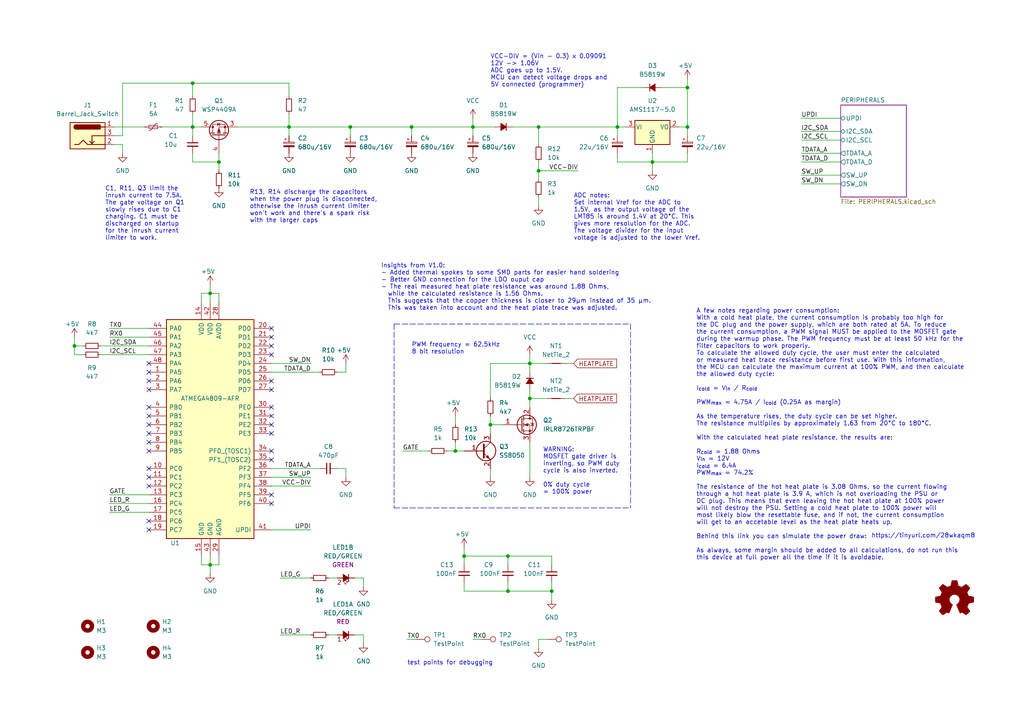
<source format=kicad_sch>
(kicad_sch (version 20211123) (generator eeschema)
  (paper "A4")
  (title_block (title "reflow solder plate") (date "2022-03-18") (rev "1.1"))
  (lib_symbols
    (symbol "ATMEGA4809-AFR:ATMEGA4809-AFR" (pin_names (offset 0.762))
      (property "Reference" "IC2" (at -10.16 -33.02 0))
      (property "Value" "ATMEGA4809-AFR" (at 0 8.89 0))
      (symbol "ATMEGA4809-AFR_0_0"
        (pin passive line (at -17.78 16.51 0) (length 5.08) (name "PA5") (number "1"))
        (pin passive line (at -17.78 -11.43 0) (length 5.08) (name "PC0") (number "10"))
        (pin passive line (at -17.78 -13.97 0) (length 5.08) (name "PC1") (number "11"))
        (pin passive line (at -17.78 -16.51 0) (length 5.08) (name "PC2") (number "12"))
        (pin passive line (at -17.78 -19.05 0) (length 5.08) (name "PC3") (number "13"))
        (pin passive line (at -2.54 36.83 270) (length 5.08) (name "VDD") (number "14"))
        (pin passive line (at -2.54 -36.83 90) (length 5.08) (name "GND") (number "15"))
        (pin passive line (at -17.78 -21.59 0) (length 5.08) (name "PC4") (number "16"))
        (pin passive line (at -17.78 -24.13 0) (length 5.08) (name "PC5") (number "17"))
        (pin passive line (at -17.78 -26.67 0) (length 5.08) (name "PC6") (number "18"))
        (pin passive line (at -17.78 -29.21 0) (length 5.08) (name "PC7") (number "19"))
        (pin passive line (at -17.78 13.97 0) (length 5.08) (name "PA6") (number "2"))
        (pin passive line (at 17.78 29.21 180) (length 5.08) (name "PD0") (number "20"))
        (pin passive line (at 17.78 26.67 180) (length 5.08) (name "PD1") (number "21"))
        (pin passive line (at 17.78 24.13 180) (length 5.08) (name "PD2") (number "22"))
        (pin passive line (at 17.78 21.59 180) (length 5.08) (name "PD3") (number "23"))
        (pin passive line (at 17.78 19.05 180) (length 5.08) (name "PD4") (number "24"))
        (pin passive line (at 17.78 16.51 180) (length 5.08) (name "PD5") (number "25"))
        (pin passive line (at 17.78 13.97 180) (length 5.08) (name "PD6") (number "26"))
        (pin passive line (at 17.78 11.43 180) (length 5.08) (name "PD7") (number "27"))
        (pin passive line (at 2.54 36.83 270) (length 5.08) (name "AVDD") (number "28"))
        (pin passive line (at 2.54 -36.83 90) (length 5.08) (name "AGND") (number "29"))
        (pin passive line (at -17.78 11.43 0) (length 5.08) (name "PA7") (number "3"))
        (pin passive line (at 17.78 6.35 180) (length 5.08) (name "PE0") (number "30"))
        (pin passive line (at 17.78 3.81 180) (length 5.08) (name "PE1") (number "31"))
        (pin passive line (at 17.78 1.27 180) (length 5.08) (name "PE2") (number "32"))
        (pin passive line (at 17.78 -1.27 180) (length 5.08) (name "PE3") (number "33"))
        (pin passive line (at 17.78 -6.35 180) (length 5.08) (name "PF0_(TOSC1)") (number "34"))
        (pin passive line (at 17.78 -8.89 180) (length 5.08) (name "PF1_(TOSC2)") (number "35"))
        (pin passive line (at 17.78 -11.43 180) (length 5.08) (name "PF2") (number "36"))
        (pin passive line (at 17.78 -13.97 180) (length 5.08) (name "PF3") (number "37"))
        (pin passive line (at 17.78 -16.51 180) (length 5.08) (name "PF4") (number "38"))
        (pin passive line (at 17.78 -19.05 180) (length 5.08) (name "PF5") (number "39"))
        (pin passive line (at -17.78 6.35 0) (length 5.08) (name "PB0") (number "4"))
        (pin passive line (at 17.78 -21.59 180) (length 5.08) (name "PF6") (number "40"))
        (pin passive line (at 17.78 -29.21 180) (length 5.08) (name "UPDI") (number "41"))
        (pin passive line (at 0 36.83 270) (length 5.08) (name "VDD") (number "42"))
        (pin passive line (at 0 -36.83 90) (length 5.08) (name "GND") (number "43"))
        (pin passive line (at -17.78 29.21 0) (length 5.08) (name "PA0") (number "44"))
        (pin passive line (at -17.78 26.67 0) (length 5.08) (name "PA1") (number "45"))
        (pin passive line (at -17.78 24.13 0) (length 5.08) (name "PA2") (number "46"))
        (pin passive line (at -17.78 21.59 0) (length 5.08) (name "PA3") (number "47"))
        (pin passive line (at -17.78 19.05 0) (length 5.08) (name "PA4") (number "48"))
        (pin passive line (at -17.78 3.81 0) (length 5.08) (name "PB1") (number "5"))
        (pin passive line (at -17.78 1.27 0) (length 5.08) (name "PB2") (number "6"))
        (pin passive line (at -17.78 -1.27 0) (length 5.08) (name "PB3") (number "7"))
        (pin passive line (at -17.78 -3.81 0) (length 5.08) (name "PB4") (number "8"))
        (pin passive line (at -17.78 -6.35 0) (length 5.08) (name "PB5") (number "9"))
      )
    )
    (symbol "Connector:Barrel_Jack_Switch" (pin_names hide)
      (property "Reference" "J" (at 0 5.334 0))
      (property "Value" "Barrel_Jack_Switch" (at 0 -5.08 0))
      (symbol "Barrel_Jack_Switch_1_1"
        (pin passive line (at 7.62 2.54 180) (length 2.54) (name "~") (number "1"))
        (pin passive line (at 7.62 -2.54 180) (length 2.54) (name "~") (number "2"))
        (pin passive line (at 7.62 0 180) (length 2.54) (name "~") (number "3"))
      )
    )
    (symbol "Connector:TestPoint" (pin_numbers hide) (pin_names (offset 0.762) hide)
      (property "Reference" "TP" (at 0 6.858 0))
      (property "Value" "TestPoint" (at 0 5.08 0))
      (symbol "TestPoint_1_1"
        (pin passive line (at 0 0 90) (length 2.54) (name "1") (number "1"))
      )
    )
    (symbol "Device:C_Polarized_Small" (pin_numbers hide) (pin_names (offset 0.254) hide)
      (property "Reference" "C" (at 0.254 1.778 0))
      (property "Value" "C_Polarized_Small" (at 0.254 -2.032 0))
      (symbol "C_Polarized_Small_1_1"
        (pin passive line (at 0 2.54 270) (length 1.8542) (name "~") (number "1"))
        (pin passive line (at 0 -2.54 90) (length 1.8542) (name "~") (number "2"))
      )
    )
    (symbol "Device:C_Small" (pin_numbers hide) (pin_names (offset 0.254) hide)
      (property "Reference" "C" (at 0.254 1.778 0))
      (property "Value" "C_Small" (at 0.254 -2.032 0))
      (symbol "C_Small_1_1"
        (pin passive line (at 0 2.54 270) (length 2.032) (name "~") (number "1"))
        (pin passive line (at 0 -2.54 90) (length 2.032) (name "~") (number "2"))
      )
    )
    (symbol "Device:D_Small_Filled" (pin_numbers hide) (pin_names (offset 0.254) hide)
      (property "Reference" "D" (at -1.27 2.032 0))
      (property "Value" "D_Small_Filled" (at -3.81 -2.032 0))
      (symbol "D_Small_Filled_1_1"
        (pin passive line (at -2.54 0 0) (length 1.778) (name "K") (number "1"))
        (pin passive line (at 2.54 0 180) (length 1.778) (name "A") (number "2"))
      )
    )
    (symbol "Device:NetTie_2" (pin_numbers hide) (pin_names (offset 0) hide)
      (property "Reference" "NT" (at 0 1.27 0))
      (property "Value" "NetTie_2" (at 0 -1.27 0))
      (symbol "NetTie_2_1_1"
        (pin passive line (at -2.54 0 0) (length 2.54) (name "1") (number "1"))
        (pin passive line (at 2.54 0 180) (length 2.54) (name "2") (number "2"))
      )
    )
    (symbol "Device:Polyfuse_Small" (pin_numbers hide) (pin_names (offset 0))
      (property "Reference" "F" (at -1.905 0 90))
      (property "Value" "Polyfuse_Small" (at 1.905 0 90))
      (symbol "Polyfuse_Small_1_1"
        (pin passive line (at 0 2.54 270) (length 0.635) (name "~") (number "1"))
        (pin passive line (at 0 -2.54 90) (length 0.635) (name "~") (number "2"))
      )
    )
    (symbol "Device:Q_NMOS_GDS" (pin_names (offset 0) hide)
      (property "Reference" "Q" (at 5.08 1.27 0))
      (property "Value" "Q_NMOS_GDS" (at 5.08 -1.27 0))
      (symbol "Q_NMOS_GDS_1_1"
        (pin input line (at -5.08 0 0) (length 2.54) (name "G") (number "1"))
        (pin passive line (at 2.54 5.08 270) (length 2.54) (name "D") (number "2"))
        (pin passive line (at 2.54 -5.08 90) (length 2.54) (name "S") (number "3"))
      )
    )
    (symbol "Device:Q_NPN_BEC" (pin_names (offset 0) hide)
      (property "Reference" "Q" (at 5.08 1.27 0))
      (property "Value" "Q_NPN_BEC" (at 5.08 -1.27 0))
      (symbol "Q_NPN_BEC_1_1"
        (pin input line (at -5.08 0 0) (length 5.715) (name "B") (number "1"))
        (pin passive line (at 2.54 -5.08 90) (length 2.54) (name "E") (number "2"))
        (pin passive line (at 2.54 5.08 270) (length 2.54) (name "C") (number "3"))
      )
    )
    (symbol "Device:R_Small" (pin_numbers hide) (pin_names (offset 0.254) hide)
      (property "Reference" "R" (at 0.762 0.508 0))
      (property "Value" "R_Small" (at 0.762 -1.016 0))
      (symbol "R_Small_1_1"
        (pin passive line (at 0 2.54 270) (length 0.762) (name "~") (number "1"))
        (pin passive line (at 0 -2.54 90) (length 0.762) (name "~") (number "2"))
      )
    )
    (symbol "Graphic:Logo_Open_Hardware_Small" (pin_names (offset 1.016)))
    (symbol "LED_Dual_AKAK_Split_Small_Filled_1" (pin_numbers hide) (pin_names (offset 0.254) hide)
      (property "Reference" "LED?" (at 0.0635 6.35 0))
      (property "Value" "LED_Dual_AKAK_Split_Small_Filled_1" (at 0.0635 3.81 0))
      (symbol "LED_Dual_AKAK_Split_Small_Filled_1_1_1"
        (text "1" (at 1.905 1.27 0) (effects (font (size 1.27 1.27))))
        (pin passive line (at 2.54 0 180) (length 1.778) (name "A1") (number "1"))
        (pin passive line (at -2.54 0 0) (length 1.778) (name "K1") (number "2"))
      )
      (symbol "LED_Dual_AKAK_Split_Small_Filled_1_2_1"
        (text "2" (at 1.905 1.27 0) (effects (font (size 1.27 1.27))))
        (pin passive line (at 2.54 0 180) (length 1.778) (name "A2") (number "3"))
        (pin passive line (at -2.54 0 0) (length 1.778) (name "K2") (number "4"))
      )
    )
    (symbol "Mechanical:MountingHole" (pin_names (offset 1.016))
      (property "Reference" "H" (at 0 5.08 0))
      (property "Value" "MountingHole" (at 0 3.175 0))
    )
    (symbol "Regulator_Linear:AMS1117-5.0" (pin_names (offset 0.254))
      (property "Reference" "U" (at -3.81 3.175 0))
      (property "Value" "AMS1117-5.0" (at 0 3.175 0))
      (symbol "AMS1117-5.0_1_1"
        (pin power_in line (at 0 -7.62 90) (length 2.54) (name "GND") (number "1"))
        (pin power_out line (at 7.62 0 180) (length 2.54) (name "VO") (number "2"))
        (pin power_in line (at -7.62 0 0) (length 2.54) (name "VI") (number "3"))
      )
    )
    (symbol "User:LED_Dual_AKAK_Split_Small_Filled" (pin_numbers hide) (pin_names (offset 0.254) hide)
      (property "Reference" "LED?" (at 0.0635 6.35 0))
      (property "Value" "LED_Dual_AKAK_Split_Small_Filled" (at 0.0635 3.81 0))
      (symbol "LED_Dual_AKAK_Split_Small_Filled_1_1"
        (text "1" (at 1.905 1.27 0) (effects (font (size 1.27 1.27))))
        (pin passive line (at 2.54 0 180) (length 1.778) (name "A1") (number "1"))
        (pin passive line (at -2.54 0 0) (length 1.778) (name "K1") (number "2"))
      )
      (symbol "LED_Dual_AKAK_Split_Small_Filled_2_1"
        (text "2" (at 1.905 1.27 0) (effects (font (size 1.27 1.27))))
        (pin passive line (at 2.54 0 180) (length 1.778) (name "A2") (number "3"))
        (pin passive line (at -2.54 0 0) (length 1.778) (name "K2") (number "4"))
      )
    )
    (symbol "User:Q_PMOS_SSSGDDDD" (pin_names (offset 0) hide)
      (property "Reference" "Q" (at 5.08 1.27 0))
      (property "Value" "Q_PMOS_SSSGDDDD" (at 5.08 -1.27 0))
      (symbol "Q_PMOS_SSSGDDDD_1_1"
        (pin passive line (at 2.54 -5.08 90) (length 2.54) hide (name "S") (number "1"))
        (pin passive line (at 2.54 -5.08 90) (length 2.54) hide (name "S") (number "2"))
        (pin passive line (at 2.54 -5.08 90) (length 2.54) (name "S") (number "3"))
        (pin input line (at -5.08 0 0) (length 2.54) (name "G") (number "4"))
        (pin passive line (at 2.54 5.08 270) (length 2.54) (name "D") (number "5"))
        (pin passive line (at 2.54 5.08 270) (length 2.54) hide (name "D") (number "6"))
        (pin passive line (at 2.54 5.08 270) (length 2.54) hide (name "D") (number "7"))
        (pin passive line (at 2.54 5.08 270) (length 2.54) hide (name "D") (number "8"))
      )
    )
    (symbol "power:+5V" (power) (pin_names (offset 0))
      (property "Value" "+5V" (at 0 3.556 0))
      (symbol "+5V_1_1"
        (pin power_in line (at 0 0 90) (length 0) hide (name "+5V") (number "1"))
      )
    )
    (symbol "power:GND" (power) (pin_names (offset 0))
      (property "Value" "GND" (at 0 -3.81 0))
      (symbol "GND_1_1"
        (pin power_in line (at 0 0 270) (length 0) hide (name "GND") (number "1"))
      )
    )
    (symbol "power:VCC" (power) (pin_names (offset 0))
      (property "Value" "VCC" (at 0 3.81 0))
      (symbol "VCC_1_1"
        (pin power_in line (at 0 0 90) (length 0) hide (name "VCC") (number "1"))
      )
    )
  )
  (junction (at 60.96 163.83))
  (junction (at 179.07 36.83))
  (junction (at 83.82 36.83))
  (junction (at 21.59 100.33))
  (junction (at 55.88 36.83))
  (junction (at 134.62 161.29))
  (junction (at 199.39 36.83))
  (junction (at 189.23 46.99))
  (junction (at 101.6 36.83))
  (junction (at 132.08 130.81))
  (junction (at 147.32 171.45))
  (junction (at 160.02 171.45))
  (junction (at 119.38 36.83))
  (junction (at 63.5 46.99))
  (junction (at 137.16 36.83))
  (junction (at 147.32 161.29))
  (junction (at 199.39 25.4))
  (junction (at 156.21 49.53))
  (junction (at 153.67 115.57))
  (junction (at 55.88 24.13))
  (junction (at 153.67 105.41))
  (junction (at 60.96 85.09))
  (junction (at 142.24 123.19))
  (junction (at 156.21 36.83))
  (no_connect (at 78.74 113.03))
  (no_connect (at 78.74 110.49))
  (no_connect (at 78.74 102.87))
  (no_connect (at 78.74 118.11))
  (no_connect (at 78.74 130.81))
  (no_connect (at 78.74 133.35))
  (no_connect (at 78.74 125.73))
  (no_connect (at 78.74 123.19))
  (no_connect (at 78.74 120.65))
  (no_connect (at 43.18 130.81))
  (no_connect (at 43.18 135.89))
  (no_connect (at 43.18 138.43))
  (no_connect (at 43.18 140.97))
  (no_connect (at 78.74 100.33))
  (no_connect (at 78.74 97.79))
  (no_connect (at 78.74 95.25))
  (no_connect (at 43.18 151.13))
  (no_connect (at 43.18 153.67))
  (no_connect (at 78.74 146.05))
  (no_connect (at 78.74 143.51))
  (no_connect (at 43.18 105.41))
  (no_connect (at 43.18 107.95))
  (no_connect (at 43.18 113.03))
  (no_connect (at 43.18 110.49))
  (no_connect (at 43.18 118.11))
  (no_connect (at 43.18 120.65))
  (no_connect (at 43.18 123.19))
  (no_connect (at 43.18 125.73))
  (no_connect (at 43.18 128.27))
  (wire (pts (xy 232.41 40.64) (xy 243.84 40.64)))
  (wire (pts (xy 160.02 163.83) (xy 160.02 161.29)))
  (wire (pts (xy 63.5 44.45) (xy 63.5 46.99)))
  (wire (pts (xy 60.96 85.09) (xy 58.42 85.09)))
  (wire (pts (xy 55.88 24.13) (xy 55.88 27.94)))
  (wire (pts (xy 97.79 135.89) (xy 100.33 135.89)))
  (wire (pts (xy 55.88 44.45) (xy 55.88 46.99)))
  (wire (pts (xy 158.75 185.42) (xy 156.21 185.42)))
  (wire (pts (xy 199.39 46.99) (xy 199.39 44.45)))
  (wire (pts (xy 153.67 105.41) (xy 158.75 105.41)))
  (polyline (pts (xy 114.3 93.98) (xy 114.3 147.32)))
  (wire (pts (xy 78.74 140.97) (xy 90.17 140.97)))
  (wire (pts (xy 119.38 36.83) (xy 101.6 36.83)))
  (wire (pts (xy 148.59 36.83) (xy 156.21 36.83)))
  (wire (pts (xy 58.42 36.83) (xy 55.88 36.83)))
  (wire (pts (xy 142.24 115.57) (xy 142.24 105.41)))
  (wire (pts (xy 31.75 95.25) (xy 43.18 95.25)))
  (wire (pts (xy 179.07 44.45) (xy 179.07 46.99)))
  (wire (pts (xy 63.5 163.83) (xy 63.5 161.29)))
  (wire (pts (xy 46.99 36.83) (xy 55.88 36.83)))
  (wire (pts (xy 160.02 171.45) (xy 160.02 168.91)))
  (wire (pts (xy 189.23 46.99) (xy 199.39 46.99)))
  (wire (pts (xy 199.39 39.37) (xy 199.39 36.83)))
  (wire (pts (xy 153.67 115.57) (xy 153.67 118.11)))
  (wire (pts (xy 43.18 143.51) (xy 31.75 143.51)))
  (wire (pts (xy 95.25 167.64) (xy 97.79 167.64)))
  (wire (pts (xy 83.82 33.02) (xy 83.82 36.83)))
  (polyline (pts (xy 114.3 147.32) (xy 182.88 147.32)))
  (wire (pts (xy 132.08 128.27) (xy 132.08 130.81)))
  (wire (pts (xy 189.23 46.99) (xy 189.23 49.53)))
  (wire (pts (xy 60.96 161.29) (xy 60.96 163.83)))
  (wire (pts (xy 63.5 46.99) (xy 63.5 49.53)))
  (wire (pts (xy 90.17 105.41) (xy 78.74 105.41)))
  (wire (pts (xy 55.88 33.02) (xy 55.88 36.83)))
  (wire (pts (xy 33.02 36.83) (xy 41.91 36.83)))
  (wire (pts (xy 83.82 36.83) (xy 101.6 36.83)))
  (wire (pts (xy 199.39 36.83) (xy 196.85 36.83)))
  (wire (pts (xy 105.41 167.64) (xy 102.87 167.64)))
  (wire (pts (xy 142.24 120.65) (xy 142.24 123.19)))
  (wire (pts (xy 142.24 105.41) (xy 153.67 105.41)))
  (wire (pts (xy 29.21 100.33) (xy 43.18 100.33)))
  (wire (pts (xy 95.25 184.15) (xy 97.79 184.15)))
  (wire (pts (xy 232.41 46.99) (xy 243.84 46.99)))
  (wire (pts (xy 163.83 105.41) (xy 166.37 105.41)))
  (wire (pts (xy 100.33 135.89) (xy 100.33 138.43)))
  (wire (pts (xy 105.41 170.18) (xy 105.41 167.64)))
  (wire (pts (xy 134.62 158.75) (xy 134.62 161.29)))
  (wire (pts (xy 58.42 161.29) (xy 58.42 163.83)))
  (wire (pts (xy 142.24 123.19) (xy 142.24 125.73)))
  (wire (pts (xy 232.41 50.8) (xy 243.84 50.8)))
  (wire (pts (xy 166.37 115.57) (xy 163.83 115.57)))
  (wire (pts (xy 179.07 25.4) (xy 179.07 36.83)))
  (wire (pts (xy 81.28 167.64) (xy 90.17 167.64)))
  (wire (pts (xy 153.67 113.03) (xy 153.67 115.57)))
  (wire (pts (xy 97.79 107.95) (xy 100.33 107.95)))
  (wire (pts (xy 100.33 105.41) (xy 100.33 107.95)))
  (wire (pts (xy 147.32 161.29) (xy 134.62 161.29)))
  (polyline (pts (xy 182.88 93.98) (xy 182.88 147.32)))
  (wire (pts (xy 29.21 102.87) (xy 43.18 102.87)))
  (wire (pts (xy 118.11 185.42) (xy 120.65 185.42)))
  (wire (pts (xy 132.08 130.81) (xy 134.62 130.81)))
  (wire (pts (xy 101.6 36.83) (xy 101.6 39.37)))
  (wire (pts (xy 232.41 38.1) (xy 243.84 38.1)))
  (wire (pts (xy 181.61 36.83) (xy 179.07 36.83)))
  (wire (pts (xy 68.58 36.83) (xy 83.82 36.83)))
  (wire (pts (xy 60.96 166.37) (xy 60.96 163.83)))
  (wire (pts (xy 142.24 135.89) (xy 142.24 138.43)))
  (wire (pts (xy 55.88 24.13) (xy 83.82 24.13)))
  (wire (pts (xy 142.24 123.19) (xy 146.05 123.19)))
  (wire (pts (xy 31.75 148.59) (xy 43.18 148.59)))
  (wire (pts (xy 21.59 100.33) (xy 21.59 102.87)))
  (wire (pts (xy 35.56 41.91) (xy 35.56 44.45)))
  (wire (pts (xy 60.96 85.09) (xy 60.96 87.63)))
  (wire (pts (xy 153.67 105.41) (xy 153.67 107.95)))
  (wire (pts (xy 78.74 135.89) (xy 92.71 135.89)))
  (wire (pts (xy 191.77 25.4) (xy 199.39 25.4)))
  (wire (pts (xy 83.82 36.83) (xy 83.82 39.37)))
  (wire (pts (xy 105.41 184.15) (xy 105.41 186.69)))
  (wire (pts (xy 21.59 97.79) (xy 21.59 100.33)))
  (wire (pts (xy 156.21 46.99) (xy 156.21 49.53)))
  (wire (pts (xy 35.56 24.13) (xy 35.56 39.37)))
  (wire (pts (xy 129.54 130.81) (xy 132.08 130.81)))
  (wire (pts (xy 119.38 36.83) (xy 119.38 39.37)))
  (wire (pts (xy 132.08 120.65) (xy 132.08 123.19)))
  (wire (pts (xy 189.23 44.45) (xy 189.23 46.99)))
  (wire (pts (xy 60.96 82.55) (xy 60.96 85.09)))
  (wire (pts (xy 63.5 87.63) (xy 63.5 85.09)))
  (wire (pts (xy 116.84 130.81) (xy 124.46 130.81)))
  (wire (pts (xy 156.21 36.83) (xy 179.07 36.83)))
  (wire (pts (xy 199.39 22.86) (xy 199.39 25.4)))
  (wire (pts (xy 137.16 34.29) (xy 137.16 36.83)))
  (wire (pts (xy 78.74 153.67) (xy 90.17 153.67)))
  (wire (pts (xy 153.67 102.87) (xy 153.67 105.41)))
  (wire (pts (xy 153.67 115.57) (xy 158.75 115.57)))
  (wire (pts (xy 137.16 185.42) (xy 139.7 185.42)))
  (wire (pts (xy 156.21 36.83) (xy 156.21 41.91)))
  (wire (pts (xy 232.41 44.45) (xy 243.84 44.45)))
  (wire (pts (xy 63.5 85.09) (xy 60.96 85.09)))
  (wire (pts (xy 134.62 168.91) (xy 134.62 171.45)))
  (wire (pts (xy 160.02 173.99) (xy 160.02 171.45)))
  (wire (pts (xy 90.17 138.43) (xy 78.74 138.43)))
  (wire (pts (xy 31.75 146.05) (xy 43.18 146.05)))
  (wire (pts (xy 179.07 46.99) (xy 189.23 46.99)))
  (wire (pts (xy 147.32 161.29) (xy 147.32 163.83)))
  (wire (pts (xy 134.62 171.45) (xy 147.32 171.45)))
  (wire (pts (xy 199.39 25.4) (xy 199.39 36.83)))
  (wire (pts (xy 83.82 24.13) (xy 83.82 27.94)))
  (wire (pts (xy 33.02 41.91) (xy 35.56 41.91)))
  (wire (pts (xy 21.59 100.33) (xy 24.13 100.33)))
  (wire (pts (xy 156.21 59.69) (xy 156.21 57.15)))
  (wire (pts (xy 156.21 49.53) (xy 156.21 52.07)))
  (wire (pts (xy 156.21 185.42) (xy 156.21 187.96)))
  (wire (pts (xy 33.02 39.37) (xy 35.56 39.37)))
  (wire (pts (xy 60.96 163.83) (xy 63.5 163.83)))
  (wire (pts (xy 137.16 36.83) (xy 143.51 36.83)))
  (wire (pts (xy 243.84 34.29) (xy 232.41 34.29)))
  (wire (pts (xy 186.69 25.4) (xy 179.07 25.4)))
  (wire (pts (xy 147.32 168.91) (xy 147.32 171.45)))
  (wire (pts (xy 102.87 184.15) (xy 105.41 184.15)))
  (wire (pts (xy 78.74 107.95) (xy 92.71 107.95)))
  (wire (pts (xy 179.07 36.83) (xy 179.07 39.37)))
  (wire (pts (xy 137.16 36.83) (xy 137.16 39.37)))
  (wire (pts (xy 35.56 24.13) (xy 55.88 24.13)))
  (wire (pts (xy 147.32 171.45) (xy 160.02 171.45)))
  (wire (pts (xy 81.28 184.15) (xy 90.17 184.15)))
  (wire (pts (xy 58.42 85.09) (xy 58.42 87.63)))
  (wire (pts (xy 31.75 97.79) (xy 43.18 97.79)))
  (wire (pts (xy 153.67 128.27) (xy 153.67 138.43)))
  (wire (pts (xy 24.13 102.87) (xy 21.59 102.87)))
  (wire (pts (xy 55.88 46.99) (xy 63.5 46.99)))
  (wire (pts (xy 156.21 49.53) (xy 167.64 49.53)))
  (wire (pts (xy 58.42 163.83) (xy 60.96 163.83)))
  (polyline (pts (xy 114.3 93.98) (xy 182.88 93.98)))
  (wire (pts (xy 232.41 53.34) (xy 243.84 53.34)))
  (wire (pts (xy 160.02 161.29) (xy 147.32 161.29)))
  (wire (pts (xy 137.16 36.83) (xy 119.38 36.83)))
  (wire (pts (xy 55.88 36.83) (xy 55.88 39.37)))
  (wire (pts (xy 134.62 161.29) (xy 134.62 163.83)))
  (text "C1, R11, Q3 limit the \ninrush current to 7.5A.\nThe gate voltage on Q1\nslowly rises due to C1\ncharging. C1 must be\ndischarged on startup\nfor the inrush current\nlimiter to work." (at 30.48 69.85 0) (effects (font (size 1.27 1.27)) (justify left bottom)))
  (text "VCC-DIV = (Vin - 0.3) x 0.09091\n12V -> 1.06V\nADC goes up to 1.5V.\nMCU can detect voltage drops and\n5V connected (programmer)\n" (at 142.24 25.4 0) (effects (font (size 1.27 1.27)) (justify left bottom)))
  (text "PWM frequency = 62.5kHz\n8 bit resolution" (at 119.38 102.87 0) (effects (font (size 1.27 1.27)) (justify left bottom)))
  (text "A few notes regarding power consumption:\nWith a cold heat plate, the current consumption is probably too high for\nthe DC plug and the power supply, which are both rated at 5A. To reduce\nthe current consumption, a PWM signal MUST be applied to the MOSFET gate\nduring the warmup phase. The PWM frequency must be at least 50 kHz for the\nfilter capacitors to work properly.\nTo calculate the allowed duty cycle, the user must enter the calculated \nor measured heat trace resistance before first use. With this information,\nthe MCU can calculate the maximum current at 100% PWM, and then calculate\nthe allowed duty cycle:\n\nI_{cold} = V_{in} / R_{cold}\n\nPWM_{max} = 4.75A / I_{cold} (0.25A as margin)\n\nAs the temperature rises, the duty cycle can be set higher.\nThe resistance multiplies by approximately 1.63 from 20°C to 180°C.\n\nWith the calculated heat plate resistance, the results are:\n\nR_{cold} = 1.88 Ohms\nV_{in} = 12V\nI_{cold} = 6.4A\nPWM_{max} = 74.2%\n\nThe resistance of the hot heat plate is 3.08 Ohms, so the current flowing \nthrough a hot heat plate is 3.9 A, which is not overloading the PSU or \nDC plug. This means that even leaving the hot heat plate at 100% power \nwill not destroy the PSU. Setting a cold heat plate to 100% power will\nmost likely blow the resettable fuse, and if not, the current consumption\nwill get to an accetable level as the heat plate heats up.\n\nBehind this link you can simulate the power draw: \n\nAs always, some margin should be added to all calculations, do not run this\nthis device at full power all the time if it is avoidable." (at 201.93 162.56 0) (effects (font (size 1.27 1.27)) (justify left bottom)))
  (text "WARNING:\nMOSFET gate driver is \ninverting, so PWM duty \ncycle is also inverted.\n\n0% duty cycle \n= 100% power" (at 157.48 143.51 0) (effects (font (size 1.27 1.27)) (justify left bottom)))
  (text "R13, R14 discharge the capacitors\nwhen the power plug is disconnected,\notherwise the inrush current limiter\nwon't work and there's a spark risk\nwith the larger caps" (at 72.39 64.77 0) (effects (font (size 1.27 1.27)) (justify left bottom)))
  (text "https://tinyurl.com/28wkaqm8" (at 252.73 156.21 0) (effects (font (size 1.27 1.27)) (justify left bottom)))
  (text "test points for debugging" (at 118.11 193.04 0) (effects (font (size 1.27 1.27)) (justify left bottom)))
  (text "ADC notes:\nSet internal Vref for the ADC to \n1.5V, as the output voltage of the \nLMT85 is around 1.4V at 20°C. This \ngives more resolution for the ADC.\nThe voltage divider for the input \nvoltage is adjusted to the lower Vref." (at 166.37 69.85 0) (effects (font (size 1.27 1.27)) (justify left bottom)))
  (text "Insights from V1.0:\n- Added thermal spokes to some SMD parts for easier hand soldering\n- Better GND connection for the LDO ouput cap\n- The real measured heat plate resistance was around 1.88 Ohms,\n  while the calculated resistance is 1.56 Ohms.\n  This suggests that the copper thickness is closer to 29µm instead of 35 µm.\n  This was taken into account and the heat plate trace was adjusted." (at 110.49 90.17 0) (effects (font (size 1.27 1.27)) (justify left bottom)))
  (label "GATE" (at 116.84 130.81 0))
  (label "SW_DN" (at 232.41 53.34 0))
  (label "SW_UP" (at 90.17 138.43 180))
  (label "I2C_SCL" (at 232.41 40.64 0))
  (label "LED_G" (at 31.75 148.59 0))
  (label "TX0" (at 118.11 185.42 0))
  (label "VCC-DIV" (at 90.17 140.97 180))
  (label "TDATA_D" (at 90.17 107.95 180))
  (label "RX0" (at 137.16 185.42 0))
  (label "TX0" (at 31.75 95.25 0))
  (label "LED_G" (at 81.28 167.64 0))
  (label "UPDI" (at 232.41 34.29 0))
  (label "LED_R" (at 81.28 184.15 0))
  (label "LED_R" (at 31.75 146.05 0))
  (label "TDATA_A" (at 232.41 44.45 0))
  (label "VCC-DIV" (at 167.64 49.53 180))
  (label "TDATA_A" (at 90.17 135.89 180))
  (label "GATE" (at 31.75 143.51 0))
  (label "I2C_SDA" (at 31.75 100.33 0))
  (label "RX0" (at 31.75 97.79 0))
  (label "I2C_SDA" (at 232.41 38.1 0))
  (label "I2C_SCL" (at 31.75 102.87 0))
  (label "UPDI" (at 90.17 153.67 180))
  (label "TDATA_D" (at 232.41 46.99 0))
  (label "SW_UP" (at 232.41 50.8 0))
  (label "SW_DN" (at 90.17 105.41 180))
  (global_label "HEATPLATE" (shape input) (at 166.37 105.41 0) (property "Intersheet References" "${INTERSHEET_REFS}" (effects hide)))
  (global_label "HEATPLATE" (shape input) (at 166.37 115.57 0) (property "Intersheet References" "${INTERSHEET_REFS}" (effects hide)))
  (symbol (lib_id "power:GND") (at 105.41 170.18 0) (unit 1)
    (property "Reference" "#PWR0138" (effects hide))
    (property "Value" "GND" (at 105.41 175.26 0))
  )
  (symbol (lib_id "power:VCC") (at 153.67 102.87 0) (unit 1)
    (property "Reference" "#PWR0129" (effects hide))
    (property "Value" "VCC" (at 153.67 97.79 0))
  )
  (symbol (lib_id "Device:R_Small") (at 55.88 30.48 0) (unit 1)
    (property "Reference" "R1" (at 53.34 29.2099 0) (effects (justify right)))
    (property "Value" "47" (at 53.34 31.7499 0) (effects (justify right)))
    (property "Footprint" "Resistor_SMD:R_0805_2012Metric" (effects hide))
    (property "LCSC Part Number" "C17714" (effects hide))
    (property "LCSC Part Number Alternative" "C114541" (effects hide))
  )
  (symbol (lib_id "Mechanical:MountingHole") (at 44.45 189.23 0) (unit 1)
    (property "Reference" "H4" (at 46.99 187.9599 0) (effects (justify left)))
    (property "Value" "M3" (at 46.99 190.4999 0) (effects (justify left)))
    (property "Footprint" "MountingHole:MountingHole_3.2mm_M3" (effects hide))
    (property "Information" "buy both parts for studs and screws" (effects hide))
    (property "LCSC Part Number" "C551332" (effects hide))
    (property "LCSC Part Number Alternative" "C357543" (effects hide))
  )
  (symbol (lib_id "Device:C_Small") (at 134.62 166.37 0) (unit 1)
    (property "Reference" "C13" (at 127.635 163.83 0) (effects (justify left)))
    (property "Value" "100nF" (at 126.365 166.37 0) (effects (justify left)))
    (property "Footprint" "Capacitor_SMD:C_0805_2012Metric" (effects hide))
    (property "Information" "X7R" (effects hide))
    (property "LCSC Part Number" "C1711" (effects hide))
    (property "LCSC Part Number Alternative" "C49678" (effects hide))
  )
  (symbol (lib_id "power:GND") (at 83.82 44.45 0) (unit 1)
    (property "Reference" "#PWR0105" (effects hide))
    (property "Value" "GND" (at 83.82 49.53 0))
  )
  (symbol (lib_id "Device:R_Small") (at 95.25 107.95 90) (unit 1)
    (property "Reference" "R10" (at 95.25 101.6 90))
    (property "Value" "10k" (at 95.25 104.14 90))
    (property "Footprint" "Resistor_SMD:R_0805_2012Metric" (effects hide))
    (property "LCSC Part Number" "C17673" (effects hide))
    (property "LCSC Part Number Alternative" "C105427" (effects hide))
  )
  (symbol (lib_id "power:GND") (at 105.41 186.69 0) (unit 1)
    (property "Reference" "#PWR0137" (effects hide))
    (property "Value" "GND" (at 105.41 191.77 0))
  )
  (symbol (lib_id "power:GND") (at 137.16 44.45 0) (unit 1)
    (property "Reference" "#PWR0108" (effects hide))
    (property "Value" "GND" (at 137.16 49.53 0))
  )
  (symbol (lib_id "Device:C_Small") (at 55.88 41.91 0) (unit 1)
    (property "Reference" "C1" (at 48.895 39.37 0) (effects (justify left)))
    (property "Value" "10u" (at 47.625 41.91 0) (effects (justify left)))
    (property "Footprint" "Capacitor_SMD:C_0805_2012Metric" (effects hide))
    (property "Information" "X5R or higher" (effects hide))
    (property "LCSC Part Number" "C2922480" (effects hide))
    (property "LCSC Part Number Alternative" "C84416" (effects hide))
  )
  (symbol (lib_id "power:GND") (at 156.21 59.69 0) (unit 1)
    (property "Reference" "#PWR0110" (effects hide))
    (property "Value" "GND" (at 156.21 64.77 0))
  )
  (symbol (lib_id "Device:C_Polarized_Small") (at 119.38 41.91 0) (unit 1)
    (property "Reference" "C4" (at 121.92 40.0938 0) (effects (justify left)))
    (property "Value" "680u/16V" (at 121.92 42.6338 0) (effects (justify left)))
    (property "Footprint" "Capacitor_THT:CP_Radial_D8.0mm_P3.50mm" (effects hide))
    (property "Information" "ripple current > 1A" (effects hide))
    (property "LCSC Part Number" "C88760" (effects hide))
    (property "LCSC Part Number Alternative" "C124221" (effects hide))
  )
  (symbol (lib_name "LED_Dual_AKAK_Split_Small_Filled_1") (lib_id "User:LED_Dual_AKAK_Split_Small_Filled") (at 100.33 167.64 180) (unit 2)
    (property "Reference" "LED1" (at 99.4799 158.75 0))
    (property "Value" "RED/GREEN" (at 99.4799 161.29 0))
    (property "Footprint" "LED_SMD:LED_Avago_PLCC4_3.2x2.8mm_CW" (effects hide))
    (property "COLOR" "GREEN" (at 99.4799 163.83 0))
    (property "LCSC Part Number" "C131251" (effects hide))
    (property "LCSC Part Number Alternative" "C601677" (effects hide))
  )
  (symbol (lib_id "User:Q_PMOS_SSSGDDDD") (at 63.5 39.37 90) (unit 1)
    (property "Reference" "Q1" (at 63.5 29.21 90))
    (property "Value" "WSP4409A" (at 63.5 31.75 90))
    (property "Footprint" "Package_SO:SOIC-8_3.9x4.9mm_P1.27mm" (effects hide))
    (property "Information" "PMOS, 30V, 15A, Rds(on) < 10mOhms" (effects hide))
    (property "LCSC Part Number" "C2880527" (effects hide))
    (property "LCSC Part Number Alternative" "C54807" (effects hide))
  )
  (symbol (lib_id "Device:R_Small") (at 156.21 44.45 0) (unit 1)
    (property "Reference" "R12" (at 158.75 43.1799 0) (effects (justify left)))
    (property "Value" "10k" (at 158.75 45.7199 0) (effects (justify left)))
    (property "Footprint" "Resistor_SMD:R_0805_2012Metric" (effects hide))
    (property "Information" "1%" (effects hide))
    (property "LCSC Part Number" "C17414" (effects hide))
    (property "LCSC Part Number Alternative" "C84376" (effects hide))
  )
  (symbol (lib_id "power:GND") (at 100.33 138.43 0) (unit 1)
    (property "Reference" "#PWR0135" (effects hide))
    (property "Value" "GND" (at 100.33 143.51 0))
  )
  (symbol (lib_id "Device:R_Small") (at 92.71 184.15 90) (unit 1)
    (property "Reference" "R7" (at 92.71 187.96 90))
    (property "Value" "1k" (at 92.71 190.5 90))
    (property "Footprint" "Resistor_SMD:R_0805_2012Metric" (effects hide))
    (property "Information" "1%" (effects hide))
    (property "LCSC Part Number" "C17513" (effects hide))
    (property "LCSC Part Number Alternative" "C95781" (effects hide))
  )
  (symbol (lib_id "Device:C_Polarized_Small") (at 137.16 41.91 0) (unit 1)
    (property "Reference" "C5" (at 139.7 40.0938 0) (effects (justify left)))
    (property "Value" "680u/16V" (at 139.7 42.6338 0) (effects (justify left)))
    (property "Footprint" "Capacitor_THT:CP_Radial_D8.0mm_P3.50mm" (effects hide))
    (property "Information" "ripple current > 1A" (effects hide))
    (property "LCSC Part Number" "C88760" (effects hide))
    (property "LCSC Part Number Alternative" "C124221" (effects hide))
  )
  (symbol (lib_id "Device:R_Small") (at 92.71 167.64 90) (unit 1)
    (property "Reference" "R6" (at 92.71 171.45 90))
    (property "Value" "1k" (at 92.71 173.99 90))
    (property "Footprint" "Resistor_SMD:R_0805_2012Metric" (effects hide))
    (property "Information" "1%" (effects hide))
    (property "LCSC Part Number" "C17513" (effects hide))
    (property "LCSC Part Number Alternative" "C95781" (effects hide))
  )
  (symbol (lib_id "power:GND") (at 35.56 44.45 0) (unit 1)
    (property "Reference" "#PWR0103" (effects hide))
    (property "Value" "GND" (at 35.56 49.53 0))
  )
  (symbol (lib_id "power:+5V") (at 100.33 105.41 0) (unit 1)
    (property "Reference" "#PWR0120" (effects hide))
    (property "Value" "+5V" (at 99.695 101.6 0))
  )
  (symbol (lib_id "Device:C_Polarized_Small") (at 179.07 41.91 0) (unit 1)
    (property "Reference" "C6" (at 176.53 40.0938 0) (effects (justify right)))
    (property "Value" "22u/16V" (at 176.53 42.6338 0) (effects (justify right)))
    (property "Footprint" "Capacitor_SMD:CP_Elec_4x5.4" (effects hide))
    (property "Information" "ESR > 0.3 ohms" (effects hide))
    (property "LCSC Part Number" "C88799" (effects hide))
    (property "LCSC Part Number Alternative" "C59942" (effects hide))
  )
  (symbol (lib_id "Device:D_Small_Filled") (at 153.67 110.49 270) (unit 1)
    (property "Reference" "D2" (at 151.13 109.2199 90) (effects (justify right)))
    (property "Value" "B5819W" (at 151.13 111.7599 90) (effects (justify right)))
    (property "Footprint" "Diode_SMD:D_SOD-123" (effects hide))
    (property "LCSC Part Number" "C64885" (effects hide))
    (property "LCSC Part Number Alternative" "C109213" (effects hide))
  )
  (symbol (lib_id "Device:R_Small") (at 127 130.81 90) (unit 1)
    (property "Reference" "R5" (at 127 124.46 90))
    (property "Value" "1k" (at 127 127 90))
    (property "Footprint" "Resistor_SMD:R_0805_2012Metric" (effects hide))
    (property "Information" "1%" (effects hide))
    (property "LCSC Part Number" "C17513" (effects hide))
    (property "LCSC Part Number Alternative" "C95781" (effects hide))
  )
  (symbol (lib_id "power:GND") (at 101.6 44.45 0) (unit 1)
    (property "Reference" "#PWR0106" (effects hide))
    (property "Value" "GND" (at 101.6 49.53 0))
  )
  (symbol (lib_id "Device:R_Small") (at 156.21 54.61 0) (unit 1)
    (property "Reference" "R3" (at 158.75 53.3399 0) (effects (justify left)))
    (property "Value" "1k" (at 158.75 55.8799 0) (effects (justify left)))
    (property "Footprint" "Resistor_SMD:R_0805_2012Metric" (effects hide))
    (property "Information" "1%" (effects hide))
    (property "LCSC Part Number" "C17513" (effects hide))
    (property "LCSC Part Number Alternative" "C95781" (effects hide))
  )
  (symbol (lib_id "Device:R_Small") (at 142.24 118.11 180) (unit 1)
    (property "Reference" "R4" (at 144.78 116.8399 0) (effects (justify right)))
    (property "Value" "4k7" (at 144.78 119.3799 0) (effects (justify right)))
    (property "Footprint" "Resistor_SMD:R_0805_2012Metric" (effects hide))
    (property "LCSC Part Number" "C17673" (effects hide))
    (property "LCSC Part Number Alternative" "C105427" (effects hide))
  )
  (symbol (lib_id "User:LED_Dual_AKAK_Split_Small_Filled") (at 100.33 184.15 180) (unit 1)
    (property "Reference" "LED1" (at 99.4799 175.26 0))
    (property "Value" "RED/GREEN" (at 99.4799 177.8 0))
    (property "Footprint" "LED_SMD:LED_Avago_PLCC4_3.2x2.8mm_CW" (effects hide))
    (property "Color" "RED" (at 99.4799 180.34 0))
    (property "LCSC Part Number" "C131251" (effects hide))
    (property "LCSC Part Number Alternative" "C601677" (effects hide))
  )
  (symbol (lib_id "Device:R_Small") (at 63.5 52.07 0) (unit 1)
    (property "Reference" "R11" (at 66.04 50.7999 0) (effects (justify left)))
    (property "Value" "10k" (at 66.04 53.3399 0) (effects (justify left)))
    (property "Footprint" "Resistor_SMD:R_0805_2012Metric" (effects hide))
    (property "Information" "1%" (effects hide))
    (property "LCSC Part Number" "C17414" (effects hide))
    (property "LCSC Part Number Alternative" "C84376" (effects hide))
  )
  (symbol (lib_id "Device:Polyfuse_Small") (at 44.45 36.83 90) (unit 1)
    (property "Reference" "F1" (at 44.45 30.48 90))
    (property "Value" "5A" (at 44.45 33.02 90))
    (property "Footprint" "Fuse:Fuse_2920_7451Metric" (effects hide))
    (property "Information" "alt part costs more, but can be assembled by JLCPCB" (effects hide))
    (property "LCSC Part Number" "C910846" (effects hide))
    (property "LCSC Part Number Alternative" "C108585" (effects hide))
  )
  (symbol (lib_id "power:+5V") (at 134.62 158.75 0) (unit 1)
    (property "Reference" "#PWR0130" (effects hide))
    (property "Value" "+5V" (at 133.985 154.94 0))
  )
  (symbol (lib_id "power:VCC") (at 137.16 34.29 0) (unit 1)
    (property "Reference" "#PWR0101" (effects hide))
    (property "Value" "VCC" (at 137.16 29.21 0))
  )
  (symbol (lib_id "Device:R_Small") (at 83.82 30.48 0) (unit 1)
    (property "Reference" "R2" (at 86.36 29.2099 0) (effects (justify left)))
    (property "Value" "47" (at 86.36 31.7499 0) (effects (justify left)))
    (property "Footprint" "Resistor_SMD:R_0805_2012Metric" (effects hide))
    (property "LCSC Part Number" "C17714" (effects hide))
    (property "LCSC Part Number Alternative" "C114541" (effects hide))
  )
  (symbol (lib_id "power:GND") (at 60.96 166.37 0) (unit 1)
    (property "Reference" "#PWR0128" (effects hide))
    (property "Value" "GND" (at 60.96 171.45 0))
  )
  (symbol (lib_id "Device:C_Polarized_Small") (at 83.82 41.91 0) (unit 1)
    (property "Reference" "C2" (at 86.36 40.0938 0) (effects (justify left)))
    (property "Value" "680u/16V" (at 86.36 42.6338 0) (effects (justify left)))
    (property "Footprint" "Capacitor_THT:CP_Radial_D8.0mm_P3.50mm" (effects hide))
    (property "Information" "ripple current > 1A" (effects hide))
    (property "LCSC Part Number" "C88760" (effects hide))
    (property "LCSC Part Number Alternative" "C124221" (effects hide))
  )
  (symbol (lib_id "Regulator_Linear:AMS1117-5.0") (at 189.23 36.83 0) (unit 1)
    (property "Reference" "U2" (at 189.23 29.21 0))
    (property "Value" "AMS1117-5.0" (at 189.23 31.75 0))
    (property "Footprint" "Package_TO_SOT_SMD:SOT-89-3" (effects hide))
    (property "LCSC Part Number" "C351450" (effects hide))
    (property "LCSC Part Number Alternative" "C126020" (effects hide))
  )
  (symbol (lib_id "Mechanical:MountingHole") (at 25.4 181.61 0) (unit 1)
    (property "Reference" "H1" (at 27.94 180.3399 0) (effects (justify left)))
    (property "Value" "M3" (at 27.94 182.8799 0) (effects (justify left)))
    (property "Footprint" "MountingHole:MountingHole_3.2mm_M3" (effects hide))
    (property "Information" "buy both parts for studs and screws" (effects hide))
    (property "LCSC Part Number" "C551332" (effects hide))
    (property "LCSC Part Number Alternative" "C357543" (effects hide))
  )
  (symbol (lib_id "Connector:TestPoint") (at 158.75 185.42 270) (unit 1)
    (property "Reference" "TP3" (at 163.83 184.1499 90) (effects (justify left)))
    (property "Value" "TestPoint" (at 163.83 186.6899 90) (effects (justify left)))
    (property "Footprint" "TestPoint:TestPoint_Pad_D1.5mm" (effects hide))
  )
  (symbol (lib_id "Device:C_Small") (at 147.32 166.37 0) (unit 1)
    (property "Reference" "C9" (at 140.335 163.83 0) (effects (justify left)))
    (property "Value" "100nF" (at 139.065 166.37 0) (effects (justify left)))
    (property "Footprint" "Capacitor_SMD:C_0805_2012Metric" (effects hide))
    (property "Information" "X7R" (effects hide))
    (property "LCSC Part Number" "C1711" (effects hide))
    (property "LCSC Part Number Alternative" "C49678" (effects hide))
  )
  (symbol (lib_id "Device:Q_NPN_BEC") (at 139.7 130.81 0) (unit 1)
    (property "Reference" "Q3" (at 144.78 129.5399 0) (effects (justify left)))
    (property "Value" "SS8050" (at 144.78 132.0799 0) (effects (justify left)))
    (property "Footprint" "Package_TO_SOT_SMD:SOT-23" (effects hide))
    (property "LCSC Part Number" "C444722" (effects hide))
    (property "LCSC Part Number Alternative" "C2150" (effects hide))
  )
  (symbol (lib_id "Connector:TestPoint") (at 139.7 185.42 270) (unit 1)
    (property "Reference" "TP2" (at 144.78 184.1499 90) (effects (justify left)))
    (property "Value" "TestPoint" (at 144.78 186.6899 90) (effects (justify left)))
    (property "Footprint" "TestPoint:TestPoint_Pad_D1.5mm" (effects hide))
  )
  (symbol (lib_id "Device:R_Small") (at 132.08 125.73 180) (unit 1)
    (property "Reference" "R13" (at 134.62 124.4599 0) (effects (justify right)))
    (property "Value" "10k" (at 134.62 126.9999 0) (effects (justify right)))
    (property "Footprint" "Resistor_SMD:R_0805_2012Metric" (effects hide))
    (property "Information" "1%" (effects hide))
    (property "LCSC Part Number" "C17414" (effects hide))
    (property "LCSC Part Number Alternative" "C84376" (effects hide))
  )
  (symbol (lib_id "Graphic:Logo_Open_Hardware_Small") (at 276.86 173.99 0) (unit 1) (in_bom no)
    (property "Reference" "LOGO1" (effects hide))
    (property "Value" "Logo_Open_Hardware_Small" (effects hide))
    (property "Footprint" "Symbol:OSHW-Logo2_7.3x6mm_SilkScreen" (effects hide))
  )
  (symbol (lib_id "power:GND") (at 142.24 138.43 0) (unit 1)
    (property "Reference" "#PWR0133" (effects hide))
    (property "Value" "GND" (at 142.24 143.51 0))
  )
  (symbol (lib_id "power:+5V") (at 132.08 120.65 0) (unit 1)
    (property "Reference" "#PWR0131" (effects hide))
    (property "Value" "+5V" (at 131.445 116.84 0))
  )
  (symbol (lib_id "power:+5V") (at 21.59 97.79 0) (unit 1)
    (property "Reference" "#PWR0112" (effects hide))
    (property "Value" "+5V" (at 20.955 93.98 0))
  )
  (symbol (lib_id "power:GND") (at 153.67 138.43 0) (unit 1)
    (property "Reference" "#PWR0134" (effects hide))
    (property "Value" "GND" (at 153.67 143.51 0))
  )
  (symbol (lib_id "power:+5V") (at 199.39 22.86 0) (unit 1)
    (property "Reference" "#PWR0102" (effects hide))
    (property "Value" "+5V" (at 198.755 19.05 0))
  )
  (symbol (lib_id "power:GND") (at 63.5 54.61 0) (unit 1)
    (property "Reference" "#PWR0143" (effects hide))
    (property "Value" "GND" (at 63.5 59.69 0))
  )
  (symbol (lib_id "Device:D_Small_Filled") (at 189.23 25.4 0) (unit 1)
    (property "Reference" "D3" (at 189.23 19.05 0))
    (property "Value" "B5819W" (at 189.23 21.59 0))
    (property "Footprint" "Diode_SMD:D_SOD-123" (effects hide))
    (property "LCSC Part Number" "C64885" (effects hide))
    (property "LCSC Part Number Alternative" "C109213" (effects hide))
  )
  (symbol (lib_id "power:+5V") (at 60.96 82.55 0) (unit 1)
    (property "Reference" "#PWR0111" (effects hide))
    (property "Value" "+5V" (at 60.325 78.74 0))
  )
  (symbol (lib_id "Connector:Barrel_Jack_Switch") (at 25.4 39.37 0) (unit 1)
    (property "Reference" "J1" (at 25.4 30.48 0))
    (property "Value" "Barrel_Jack_Switch" (at 25.4 33.02 0))
    (property "Footprint" "Connector_BarrelJack:BarrelJack_Horizontal" (effects hide))
    (property "Information" "must have 5A rating, alt part has smaller pin" (effects hide))
    (property "LCSC Part Number" "C381115" (effects hide))
    (property "LCSC Part Number Alternative" "C381116" (effects hide))
  )
  (symbol (lib_id "Device:C_Polarized_Small") (at 199.39 41.91 0) (unit 1)
    (property "Reference" "C7" (at 201.93 40.0938 0) (effects (justify left)))
    (property "Value" "22u/16V" (at 201.93 42.6338 0) (effects (justify left)))
    (property "Footprint" "Capacitor_SMD:CP_Elec_4x5.4" (effects hide))
    (property "Information" "ESR > 0.3 ohms" (effects hide))
    (property "LCSC Part Number" "C88799" (effects hide))
    (property "LCSC Part Number Alternative" "C59942" (effects hide))
  )
  (symbol (lib_id "Device:NetTie_2") (at 161.29 115.57 0) (unit 1) (in_bom no)
    (property "Reference" "NT2" (at 161.29 110.49 0))
    (property "Value" "NetTie_2" (at 161.29 113.03 0))
    (property "Footprint" "NetTie:NetTie-2_SMD_Pad1.3mm" (effects hide))
  )
  (symbol (lib_id "power:GND") (at 119.38 44.45 0) (unit 1)
    (property "Reference" "#PWR0107" (effects hide))
    (property "Value" "GND" (at 119.38 49.53 0))
  )
  (symbol (lib_id "Device:NetTie_2") (at 161.29 105.41 0) (unit 1) (in_bom no)
    (property "Reference" "NT1" (at 161.29 100.33 0))
    (property "Value" "NetTie_2" (at 161.29 102.87 0))
    (property "Footprint" "NetTie:NetTie-2_SMD_Pad1.3mm" (effects hide))
  )
  (symbol (lib_id "Device:C_Small") (at 160.02 166.37 0) (unit 1)
    (property "Reference" "C11" (at 153.035 163.83 0) (effects (justify left)))
    (property "Value" "100nF" (at 151.765 166.37 0) (effects (justify left)))
    (property "Footprint" "Capacitor_SMD:C_0805_2012Metric" (effects hide))
    (property "Information" "X7R" (effects hide))
    (property "LCSC Part Number" "C1711" (effects hide))
    (property "LCSC Part Number Alternative" "C49678" (effects hide))
  )
  (symbol (lib_id "Device:Q_NMOS_GDS") (at 151.13 123.19 0) (unit 1)
    (property "Reference" "Q2" (at 157.48 121.9199 0) (effects (justify left)))
    (property "Value" "IRLR8726TRPBF" (at 157.48 124.4599 0) (effects (justify left)))
    (property "Footprint" "Package_TO_SOT_SMD:TO-252-2" (effects hide))
    (property "Information" "NMOS, 30V, 60A, Rds(on) < 10mOhms" (effects hide))
    (property "LCSC Part Number" "C81137" (effects hide))
    (property "LCSC Part Number Alternative" "C108901" (effects hide))
  )
  (symbol (lib_id "Device:R_Small") (at 26.67 102.87 90) (unit 1)
    (property "Reference" "R9" (at 26.67 106.68 90))
    (property "Value" "4k7" (at 26.67 109.22 90))
    (property "Footprint" "Resistor_SMD:R_0805_2012Metric" (effects hide))
    (property "LCSC Part Number" "C17673" (effects hide))
    (property "LCSC Part Number Alternative" "C105427" (effects hide))
  )
  (symbol (lib_id "Device:C_Polarized_Small") (at 101.6 41.91 0) (unit 1)
    (property "Reference" "C3" (at 104.14 40.0938 0) (effects (justify left)))
    (property "Value" "680u/16V" (at 104.14 42.6338 0) (effects (justify left)))
    (property "Footprint" "Capacitor_THT:CP_Radial_D8.0mm_P3.50mm" (effects hide))
    (property "Information" "ripple current > 1A" (effects hide))
    (property "LCSC Part Number" "C88760" (effects hide))
    (property "LCSC Part Number Alternative" "C124221" (effects hide))
  )
  (symbol (lib_id "power:GND") (at 156.21 187.96 0) (unit 1)
    (property "Reference" "#PWR0142" (effects hide))
    (property "Value" "GND" (at 156.21 193.04 0))
  )
  (symbol (lib_id "ATMEGA4809-AFR:ATMEGA4809-AFR") (at 60.96 124.46 0) (unit 1)
    (property "Reference" "U1" (at 50.8 157.48 0))
    (property "Value" "ATMEGA4809-AFR" (at 60.96 115.57 0))
    (property "Footprint" "Package_QFP:TQFP-48_7x7mm_P0.5mm" (effects hide))
    (property "Description" "MICROCHIP - ATMEGA4809-AFR - MCU, 8BIT, ATMEGA, 20MHZ, TQFP-48" (effects hide))
    (property "Height" "1.2" (effects hide))
    (property "Manufacturer_Name" "Microchip" (effects hide))
    (property "Manufacturer_Part_Number" "ATMEGA4809-AFR" (effects hide))
    (property "Mouser Part Number" "556-ATMEGA4809-AFR" (effects hide))
    (property "Mouser Price/Stock" "https://www.mouser.co.uk/ProductDetail/Microchip-Technology-Atmel/ATMEGA4809-AFR?qs=lYGu3FyN48fyX8GjkvcD6Q%3D%3D" (effects hide))
    (property "Arrow Part Number" "ATMEGA4809-AFR" (effects hide))
    (property "Arrow Price/Stock" "https://www.arrow.com/en/products/atmega4809-afr/microchip-technology?region=nac" (effects hide))
    (property "LCSC Part Number" "C189475" (effects hide))
  )
  (symbol (lib_id "power:GND") (at 160.02 173.99 0) (unit 1)
    (property "Reference" "#PWR0132" (effects hide))
    (property "Value" "GND" (at 160.02 179.07 0))
  )
  (symbol (lib_id "Device:R_Small") (at 26.67 100.33 90) (unit 1)
    (property "Reference" "R8" (at 26.67 93.98 90))
    (property "Value" "4k7" (at 26.67 96.52 90))
    (property "Footprint" "Resistor_SMD:R_0805_2012Metric" (effects hide))
    (property "LCSC Part Number" "C17673" (effects hide))
    (property "LCSC Part Number Alternative" "C105427" (effects hide))
  )
  (symbol (lib_id "Mechanical:MountingHole") (at 44.45 181.61 0) (unit 1)
    (property "Reference" "H2" (at 46.99 180.3399 0) (effects (justify left)))
    (property "Value" "M3" (at 46.99 182.8799 0) (effects (justify left)))
    (property "Footprint" "MountingHole:MountingHole_3.2mm_M3" (effects hide))
    (property "Information" "buy both parts for studs and screws" (effects hide))
    (property "LCSC Part Number" "C551332" (effects hide))
    (property "LCSC Part Number Alternative" "C357543" (effects hide))
  )
  (symbol (lib_id "power:GND") (at 189.23 49.53 0) (unit 1)
    (property "Reference" "#PWR0109" (effects hide))
    (property "Value" "GND" (at 189.23 54.61 0))
  )
  (symbol (lib_id "Connector:TestPoint") (at 120.65 185.42 270) (unit 1)
    (property "Reference" "TP1" (at 125.73 184.1499 90) (effects (justify left)))
    (property "Value" "TestPoint" (at 125.73 186.6899 90) (effects (justify left)))
    (property "Footprint" "TestPoint:TestPoint_Pad_D1.5mm" (effects hide))
  )
  (symbol (lib_id "Device:C_Small") (at 95.25 135.89 90) (unit 1)
    (property "Reference" "C8" (at 95.2563 129.54 90))
    (property "Value" "470pF" (at 95.2563 132.08 90))
    (property "Footprint" "Capacitor_SMD:C_0805_2012Metric" (effects hide))
    (property "Information" "X7R" (effects hide))
    (property "LCSC Part Number" "C1743" (effects hide))
    (property "LCSC Part Number Alternative" "-" (effects hide))
  )
  (symbol (lib_id "Mechanical:MountingHole") (at 25.4 189.23 0) (unit 1)
    (property "Reference" "H3" (at 27.94 187.9599 0) (effects (justify left)))
    (property "Value" "M3" (at 27.94 190.4999 0) (effects (justify left)))
    (property "Footprint" "MountingHole:MountingHole_3.2mm_M3" (effects hide))
    (property "Information" "buy both parts for studs and screws" (effects hide))
    (property "LCSC Part Number" "C551332" (effects hide))
    (property "LCSC Part Number Alternative" "C357543" (effects hide))
  )
  (symbol (lib_id "Device:D_Small_Filled") (at 146.05 36.83 180) (unit 1)
    (property "Reference" "D1" (at 146.05 30.48 0))
    (property "Value" "B5819W" (at 146.05 33.02 0))
    (property "Footprint" "Diode_SMD:D_SOD-123" (effects hide))
    (property "LCSC Part Number" "C64885" (effects hide))
    (property "LCSC Part Number Alternative" "C109213" (effects hide))
  )
  (sheet (at 243.84 30.48) (size 19.05 26.67) (stroke (width 0.1524) (color 132 0 132 1)) (fill (color 255 255 255 0.0000))
    (property "Sheet name" "PERIPHERALS" (at 243.84 29.7684 0) (effects (justify left bottom)))
    (property "Sheet file" "PERIPHERALS.kicad_sch" (at 243.84 57.7346 0) (effects (justify left top)))
    (pin "I2C_SDA" bidirectional (at 243.84 38.1 180))
    (pin "I2C_SCL" bidirectional (at 243.84 40.64 180))
    (pin "TDATA_D" output (at 243.84 46.99 180))
    (pin "TDATA_A" output (at 243.84 44.45 180))
    (pin "SW_DN" output (at 243.84 53.34 180))
    (pin "SW_UP" output (at 243.84 50.8 180))
    (pin "UPDI" bidirectional (at 243.84 34.29 180))
  )
)
</source>
